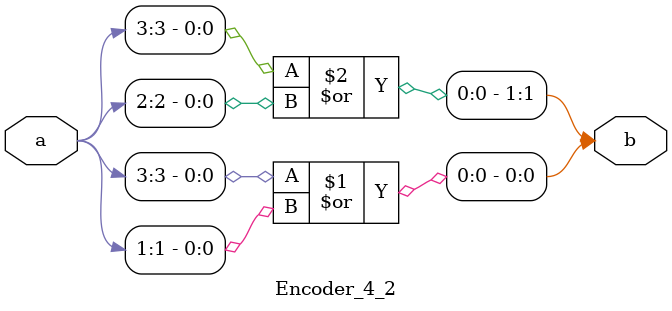
<source format=v>

module Encoder_4_2 (
    a,b
);
    /* verilator lint_off UNUSEDSIGNAL */
    input [3:0] a;
    /* verilator lint_off UNUSEDSIGNAL */
    output [1:0] b;

    assign b = {
                a[3] | a[2],
                a[3] | a[1]
                };
endmodule

</source>
